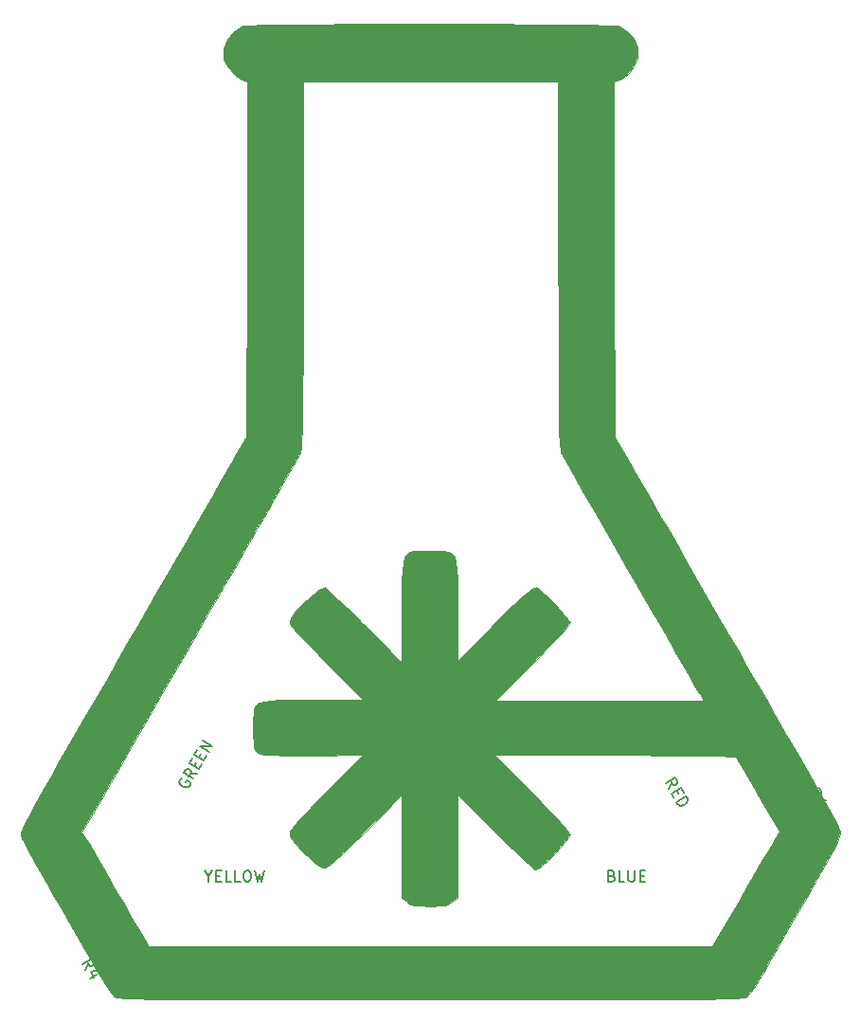
<source format=gbr>
G04 #@! TF.GenerationSoftware,KiCad,Pcbnew,(5.0.0-rc2-dev-393-gbaef22df9)*
G04 #@! TF.CreationDate,2018-04-11T16:40:45-04:00*
G04 #@! TF.ProjectId,BAMF_2018_Badge,42414D465F323031385F42616467652E,rev?*
G04 #@! TF.SameCoordinates,Original*
G04 #@! TF.FileFunction,Legend,Top*
G04 #@! TF.FilePolarity,Positive*
%FSLAX46Y46*%
G04 Gerber Fmt 4.6, Leading zero omitted, Abs format (unit mm)*
G04 Created by KiCad (PCBNEW (5.0.0-rc2-dev-393-gbaef22df9)) date 04/11/18 16:40:45*
%MOMM*%
%LPD*%
G01*
G04 APERTURE LIST*
%ADD10C,0.150000*%
%ADD11C,0.120000*%
%ADD12C,0.010000*%
G04 APERTURE END LIST*
D10*
X6000000Y-19250000D02*
G75*
G03X6000000Y-19250000I-6000000J0D01*
G01*
D11*
X31345218Y-25268897D02*
X33205218Y-28490512D01*
X32834782Y-24408897D02*
X34694782Y-27630512D01*
X-31345218Y-25268897D02*
X-33205218Y-28490512D01*
X-32834782Y-24408897D02*
X-34694782Y-27630512D01*
X28584782Y-41841103D02*
X30444782Y-38619488D01*
X27095218Y-40981103D02*
X28955218Y-37759488D01*
X-28584782Y-41841103D02*
X-30444782Y-38619488D01*
X-27095218Y-40981103D02*
X-28955218Y-37759488D01*
D12*
G36*
X2511831Y43646858D02*
X4565057Y43642214D01*
X6554643Y43634842D01*
X8451693Y43624741D01*
X10227308Y43611912D01*
X11852592Y43596354D01*
X13298645Y43578068D01*
X14536572Y43557054D01*
X15537473Y43533311D01*
X16272452Y43506840D01*
X16712610Y43477640D01*
X16822795Y43458954D01*
X17573840Y43014722D01*
X18139891Y42361549D01*
X18472267Y41580974D01*
X18522286Y40754533D01*
X18504452Y40642291D01*
X18246959Y39997554D01*
X17771624Y39362125D01*
X17181853Y38859503D01*
X16874724Y38695904D01*
X16359959Y38482682D01*
X16405147Y22608119D01*
X16450336Y6733557D01*
X17456266Y5028859D01*
X17890442Y4289206D01*
X18439781Y3347558D01*
X19049786Y2297648D01*
X19665958Y1233209D01*
X20033187Y596644D01*
X20628500Y-436294D01*
X21335408Y-1661860D01*
X22094767Y-2977575D01*
X22847433Y-4280962D01*
X23525872Y-5455034D01*
X24189616Y-6603889D01*
X24967362Y-7951219D01*
X25803121Y-9399959D01*
X26640906Y-10853044D01*
X27424727Y-12213411D01*
X27704930Y-12700000D01*
X28339696Y-13801623D01*
X29106292Y-15130565D01*
X29965624Y-16619146D01*
X30878602Y-18199683D01*
X31806133Y-19804494D01*
X32709125Y-21365900D01*
X33306651Y-22398481D01*
X34179701Y-23918427D01*
X34939086Y-25264342D01*
X35573607Y-26415367D01*
X36072063Y-27350646D01*
X36423256Y-28049318D01*
X36615988Y-28490526D01*
X36651007Y-28627371D01*
X36564685Y-28899320D01*
X36314138Y-29439004D01*
X35911989Y-30222673D01*
X35370866Y-31226577D01*
X34703392Y-32426966D01*
X33922194Y-33800090D01*
X33650786Y-34271171D01*
X32901588Y-35568762D01*
X32163531Y-36848776D01*
X31464906Y-38062023D01*
X30834005Y-39159312D01*
X30299118Y-40091452D01*
X29888536Y-40809253D01*
X29703647Y-41134180D01*
X29279805Y-41845605D01*
X28868957Y-42472253D01*
X28524103Y-42936619D01*
X28333899Y-43137200D01*
X28273515Y-43180233D01*
X28196459Y-43219386D01*
X28087115Y-43254841D01*
X27929868Y-43286782D01*
X27709102Y-43315393D01*
X27409203Y-43340856D01*
X27014555Y-43363356D01*
X26509542Y-43383074D01*
X25878551Y-43400195D01*
X25105965Y-43414902D01*
X24176170Y-43427378D01*
X23073550Y-43437806D01*
X21782490Y-43446370D01*
X20287374Y-43453253D01*
X18572588Y-43458638D01*
X16622516Y-43462709D01*
X14421544Y-43465649D01*
X11954055Y-43467641D01*
X9204435Y-43468868D01*
X6157069Y-43469515D01*
X2796340Y-43469763D01*
X0Y-43469799D01*
X-3611355Y-43469731D01*
X-6897385Y-43469406D01*
X-9873706Y-43468640D01*
X-12555933Y-43467250D01*
X-14959681Y-43465053D01*
X-17100566Y-43461865D01*
X-18994203Y-43457503D01*
X-20656206Y-43451784D01*
X-22102192Y-43444524D01*
X-23347774Y-43435540D01*
X-24408570Y-43424650D01*
X-25300193Y-43411668D01*
X-26038259Y-43396413D01*
X-26638383Y-43378701D01*
X-27116180Y-43358349D01*
X-27487267Y-43335173D01*
X-27767256Y-43308990D01*
X-27971765Y-43279616D01*
X-28116409Y-43246869D01*
X-28216801Y-43210566D01*
X-28288558Y-43170522D01*
X-28333899Y-43137200D01*
X-28589667Y-42854813D01*
X-28953094Y-42349218D01*
X-29371177Y-41697919D01*
X-29703647Y-41134180D01*
X-30019549Y-40579850D01*
X-30477912Y-39779612D01*
X-31050447Y-38782656D01*
X-31708861Y-37638174D01*
X-32424863Y-36395355D01*
X-33170163Y-35103390D01*
X-33650786Y-34271171D01*
X-34465646Y-32847882D01*
X-35170814Y-31589743D01*
X-35753664Y-30520503D01*
X-36201571Y-29663913D01*
X-36501910Y-29043722D01*
X-36642055Y-28683681D01*
X-36651007Y-28627371D01*
X-36613306Y-28510908D01*
X-31172717Y-28510908D01*
X-30778980Y-29128944D01*
X-30570591Y-29470375D01*
X-30227146Y-30049334D01*
X-29782876Y-30807406D01*
X-29272012Y-31686177D01*
X-28728785Y-32627233D01*
X-28718586Y-32644966D01*
X-28124798Y-33676498D01*
X-27515944Y-34732549D01*
X-26940370Y-35729377D01*
X-26446422Y-36583238D01*
X-26135152Y-37119799D01*
X-25218377Y-38696644D01*
X25218377Y-38696644D01*
X26135152Y-37119799D01*
X26525600Y-36446511D01*
X27037481Y-35561306D01*
X27622450Y-34547928D01*
X28232159Y-33490118D01*
X28718586Y-32644966D01*
X29262183Y-31703157D01*
X29774148Y-30822407D01*
X30220223Y-30061170D01*
X30566152Y-29477902D01*
X30777679Y-29131056D01*
X30780078Y-29127285D01*
X31174913Y-28507590D01*
X29330086Y-25338430D01*
X28779594Y-24388778D01*
X28285197Y-23528335D01*
X27873652Y-22804287D01*
X27571718Y-22263821D01*
X27406155Y-21954123D01*
X27385564Y-21909467D01*
X27334618Y-21856350D01*
X27209497Y-21810880D01*
X26985998Y-21772479D01*
X26639922Y-21740568D01*
X26147069Y-21714572D01*
X25483239Y-21693912D01*
X24624230Y-21678010D01*
X23545844Y-21666289D01*
X22223880Y-21658172D01*
X20634138Y-21653080D01*
X18752417Y-21650437D01*
X16554517Y-21649665D01*
X16499902Y-21649664D01*
X5713935Y-21649664D01*
X9079115Y-25018003D01*
X10218247Y-26171294D01*
X11129042Y-27121822D01*
X11805880Y-27863373D01*
X12243142Y-28389736D01*
X12435206Y-28694698D01*
X12444295Y-28738100D01*
X12326392Y-28985697D01*
X12012502Y-29396437D01*
X11562356Y-29909440D01*
X11035684Y-30463828D01*
X10492218Y-30998723D01*
X9991687Y-31453244D01*
X9593822Y-31766514D01*
X9363766Y-31877852D01*
X9188898Y-31761825D01*
X8807189Y-31434274D01*
X8251630Y-30925997D01*
X7555214Y-30267791D01*
X6750932Y-29490455D01*
X5871777Y-28624785D01*
X5763071Y-28516686D01*
X2386577Y-25155520D01*
X2386577Y-34410154D01*
X1937413Y-34763466D01*
X1666489Y-34936523D01*
X1333891Y-35043008D01*
X853866Y-35097899D01*
X140662Y-35116175D01*
X-85235Y-35116778D01*
X-870484Y-35105345D01*
X-1401015Y-35061060D01*
X-1762580Y-34968944D01*
X-2040931Y-34814017D01*
X-2107883Y-34763466D01*
X-2557047Y-34410154D01*
X-2557047Y-25147574D01*
X-5840190Y-28427478D01*
X-6894505Y-29472866D01*
X-7738498Y-30290601D01*
X-8395485Y-30901329D01*
X-8888783Y-31325697D01*
X-9241706Y-31584352D01*
X-9477572Y-31697941D01*
X-9544136Y-31707383D01*
X-9876677Y-31582934D01*
X-10351447Y-31252500D01*
X-10903737Y-30780451D01*
X-11468838Y-30231155D01*
X-11982040Y-29668982D01*
X-12378636Y-29158300D01*
X-12593916Y-28763480D01*
X-12614765Y-28652880D01*
X-12552527Y-28456353D01*
X-12352205Y-28150223D01*
X-11993392Y-27711370D01*
X-11455680Y-27116673D01*
X-10718661Y-26343013D01*
X-9761925Y-25367269D01*
X-9334038Y-24936206D01*
X-6053311Y-21639751D01*
X-10630207Y-21655159D01*
X-12014068Y-21657958D01*
X-13097262Y-21654419D01*
X-13920036Y-21642264D01*
X-14522640Y-21619218D01*
X-14945321Y-21583003D01*
X-15228327Y-21531342D01*
X-15411907Y-21461961D01*
X-15530398Y-21377990D01*
X-15676583Y-21202901D01*
X-15771459Y-20948824D01*
X-15825545Y-20546484D01*
X-15849361Y-19926606D01*
X-15853691Y-19249039D01*
X-15856109Y-18540035D01*
X-15840028Y-17976449D01*
X-15770448Y-17541640D01*
X-15612369Y-17218967D01*
X-15330792Y-16991789D01*
X-14890716Y-16843466D01*
X-14257141Y-16757356D01*
X-13395067Y-16716817D01*
X-12269494Y-16705210D01*
X-10845422Y-16705893D01*
X-10505160Y-16706040D01*
X-6054957Y-16706040D01*
X-9334861Y-13422898D01*
X-10410726Y-12336435D01*
X-11253012Y-11463387D01*
X-11878133Y-10785338D01*
X-12302501Y-10283875D01*
X-12542530Y-9940584D01*
X-12614765Y-9743042D01*
X-12486889Y-9388814D01*
X-12146799Y-8900133D01*
X-11659801Y-8340593D01*
X-11091202Y-7773786D01*
X-10506309Y-7263305D01*
X-9970429Y-6872743D01*
X-9548868Y-6665692D01*
X-9436637Y-6648322D01*
X-9287571Y-6763984D01*
X-8929828Y-7090538D01*
X-8395351Y-7597334D01*
X-7716083Y-8253725D01*
X-6923966Y-9029061D01*
X-6050945Y-9892693D01*
X-5933541Y-10009488D01*
X-2557047Y-13370654D01*
X-2557047Y-8784569D01*
X-2558334Y-7289042D01*
X-2551599Y-6099463D01*
X-2520948Y-5180932D01*
X-2450487Y-4498548D01*
X-2324321Y-4017411D01*
X-2126557Y-3702620D01*
X-1841300Y-3519275D01*
X-1452656Y-3432475D01*
X-944732Y-3407320D01*
X-301632Y-3408909D01*
X-109124Y-3409396D01*
X590708Y-3406449D01*
X1146139Y-3421075D01*
X1573799Y-3488470D01*
X1890317Y-3643834D01*
X2112323Y-3922365D01*
X2256446Y-4359260D01*
X2339316Y-4989718D01*
X2377562Y-5848938D01*
X2387814Y-6972117D01*
X2386701Y-8394453D01*
X2386577Y-8691806D01*
X2386577Y-13232907D01*
X5412416Y-10183074D01*
X6508375Y-9088216D01*
X7396904Y-8224152D01*
X8101266Y-7570632D01*
X8644722Y-7107409D01*
X9050534Y-6814237D01*
X9341965Y-6670867D01*
X9473437Y-6648322D01*
X9685719Y-6768692D01*
X10059273Y-7088997D01*
X10536182Y-7548027D01*
X11058530Y-8084572D01*
X11568400Y-8637424D01*
X12007876Y-9145373D01*
X12319040Y-9547210D01*
X12443976Y-9781725D01*
X12444295Y-9788074D01*
X12319053Y-10033088D01*
X11947212Y-10500823D01*
X11334600Y-11184828D01*
X10487048Y-12078651D01*
X9410384Y-13175840D01*
X9121693Y-13465554D01*
X5799090Y-16791275D01*
X15088136Y-16791275D01*
X16832108Y-16790764D01*
X18469398Y-16789295D01*
X19969089Y-16786962D01*
X21300263Y-16783862D01*
X22432003Y-16780091D01*
X23333391Y-16775744D01*
X23973510Y-16770916D01*
X24321442Y-16765703D01*
X24377181Y-16762558D01*
X24294958Y-16613746D01*
X24060963Y-16202920D01*
X23694209Y-15563144D01*
X23213708Y-14727485D01*
X22638473Y-13729007D01*
X21987516Y-12600778D01*
X21289617Y-11392759D01*
X20505812Y-10036755D01*
X19711724Y-8662735D01*
X18939469Y-7326287D01*
X18221165Y-6082998D01*
X17588928Y-4988457D01*
X17074874Y-4098251D01*
X16824855Y-3665101D01*
X16273229Y-2711229D01*
X15609763Y-1567183D01*
X14894899Y-336998D01*
X14189080Y875292D01*
X13684718Y1739790D01*
X13132537Y2693403D01*
X12625659Y3584166D01*
X12194986Y4356559D01*
X11871420Y4955058D01*
X11685863Y5324140D01*
X11671627Y5356798D01*
X11629070Y5496819D01*
X11591494Y5714082D01*
X11558603Y6028537D01*
X11530102Y6460134D01*
X11505695Y7028821D01*
X11485087Y7754549D01*
X11467982Y8657267D01*
X11454084Y9756925D01*
X11443098Y11073471D01*
X11434729Y12626856D01*
X11428680Y14437030D01*
X11424656Y16523940D01*
X11422362Y18907538D01*
X11421503Y21607772D01*
X11421476Y22240834D01*
X11421476Y38526175D01*
X-11421477Y38526175D01*
X-11421477Y22240834D01*
X-11422063Y19468877D01*
X-11424019Y17017909D01*
X-11427640Y14867980D01*
X-11433221Y12999141D01*
X-11441060Y11391441D01*
X-11451449Y10024931D01*
X-11464687Y8879663D01*
X-11481067Y7935685D01*
X-11500886Y7173050D01*
X-11524439Y6571806D01*
X-11552022Y6112006D01*
X-11583930Y5773699D01*
X-11620459Y5536935D01*
X-11661904Y5381766D01*
X-11671627Y5356798D01*
X-11833395Y5027628D01*
X-12137889Y4460565D01*
X-12554207Y3711131D01*
X-13051449Y2834849D01*
X-13598712Y1887240D01*
X-13684718Y1739790D01*
X-14078911Y1064714D01*
X-14441683Y442882D01*
X-14790042Y-155104D01*
X-15140991Y-758641D01*
X-15511537Y-1397126D01*
X-15918686Y-2099956D01*
X-16379442Y-2896529D01*
X-16910812Y-3816241D01*
X-17529801Y-4888490D01*
X-18253415Y-6142674D01*
X-19098660Y-7608188D01*
X-20082540Y-9314430D01*
X-21051692Y-10995302D01*
X-21848680Y-12377130D01*
X-22694313Y-13842442D01*
X-23546500Y-15318361D01*
X-24363149Y-16732011D01*
X-25102171Y-18010517D01*
X-25721474Y-19081002D01*
X-25826896Y-19263087D01*
X-26530274Y-20478187D01*
X-27312248Y-21829761D01*
X-28109481Y-23208293D01*
X-28858636Y-24504265D01*
X-29462258Y-25549078D01*
X-31172717Y-28510908D01*
X-36613306Y-28510908D01*
X-36564494Y-28360122D01*
X-36312422Y-27822190D01*
X-35905990Y-27034435D01*
X-35356397Y-26017713D01*
X-34674843Y-24792883D01*
X-33872525Y-23380805D01*
X-33306651Y-22398481D01*
X-32444179Y-20907877D01*
X-31529759Y-19326411D01*
X-30602482Y-17721762D01*
X-29701439Y-16161614D01*
X-28865723Y-14713647D01*
X-28134427Y-13445543D01*
X-27704930Y-12700000D01*
X-26957516Y-11402422D01*
X-26134203Y-9974097D01*
X-25290979Y-8512091D01*
X-24483834Y-7113466D01*
X-23768755Y-5875287D01*
X-23525872Y-5455034D01*
X-22837790Y-4264269D01*
X-22084651Y-2960051D01*
X-21325599Y-1644858D01*
X-20619779Y-421169D01*
X-20033187Y596644D01*
X-19441150Y1622042D01*
X-18820909Y2692031D01*
X-18226961Y3712878D01*
X-17713802Y4590850D01*
X-17456266Y5028859D01*
X-16450336Y6733557D01*
X-16404317Y22607776D01*
X-16358299Y38481994D01*
X-16873894Y38695561D01*
X-17482710Y39085001D01*
X-18028793Y39669255D01*
X-18408789Y40324928D01*
X-18504452Y40642291D01*
X-18496897Y41468664D01*
X-18200317Y42260341D01*
X-17663394Y42935783D01*
X-16934809Y43413451D01*
X-16822795Y43458954D01*
X-16571953Y43489778D01*
X-16009080Y43517874D01*
X-15163073Y43543242D01*
X-14062831Y43565881D01*
X-12737251Y43585792D01*
X-11215231Y43602975D01*
X-9525668Y43617429D01*
X-7697461Y43629155D01*
X-5759506Y43638152D01*
X-3740702Y43644420D01*
X-1669946Y43647961D01*
X423865Y43648774D01*
X2511831Y43646858D01*
X2511831Y43646858D01*
G37*
X2511831Y43646858D02*
X4565057Y43642214D01*
X6554643Y43634842D01*
X8451693Y43624741D01*
X10227308Y43611912D01*
X11852592Y43596354D01*
X13298645Y43578068D01*
X14536572Y43557054D01*
X15537473Y43533311D01*
X16272452Y43506840D01*
X16712610Y43477640D01*
X16822795Y43458954D01*
X17573840Y43014722D01*
X18139891Y42361549D01*
X18472267Y41580974D01*
X18522286Y40754533D01*
X18504452Y40642291D01*
X18246959Y39997554D01*
X17771624Y39362125D01*
X17181853Y38859503D01*
X16874724Y38695904D01*
X16359959Y38482682D01*
X16405147Y22608119D01*
X16450336Y6733557D01*
X17456266Y5028859D01*
X17890442Y4289206D01*
X18439781Y3347558D01*
X19049786Y2297648D01*
X19665958Y1233209D01*
X20033187Y596644D01*
X20628500Y-436294D01*
X21335408Y-1661860D01*
X22094767Y-2977575D01*
X22847433Y-4280962D01*
X23525872Y-5455034D01*
X24189616Y-6603889D01*
X24967362Y-7951219D01*
X25803121Y-9399959D01*
X26640906Y-10853044D01*
X27424727Y-12213411D01*
X27704930Y-12700000D01*
X28339696Y-13801623D01*
X29106292Y-15130565D01*
X29965624Y-16619146D01*
X30878602Y-18199683D01*
X31806133Y-19804494D01*
X32709125Y-21365900D01*
X33306651Y-22398481D01*
X34179701Y-23918427D01*
X34939086Y-25264342D01*
X35573607Y-26415367D01*
X36072063Y-27350646D01*
X36423256Y-28049318D01*
X36615988Y-28490526D01*
X36651007Y-28627371D01*
X36564685Y-28899320D01*
X36314138Y-29439004D01*
X35911989Y-30222673D01*
X35370866Y-31226577D01*
X34703392Y-32426966D01*
X33922194Y-33800090D01*
X33650786Y-34271171D01*
X32901588Y-35568762D01*
X32163531Y-36848776D01*
X31464906Y-38062023D01*
X30834005Y-39159312D01*
X30299118Y-40091452D01*
X29888536Y-40809253D01*
X29703647Y-41134180D01*
X29279805Y-41845605D01*
X28868957Y-42472253D01*
X28524103Y-42936619D01*
X28333899Y-43137200D01*
X28273515Y-43180233D01*
X28196459Y-43219386D01*
X28087115Y-43254841D01*
X27929868Y-43286782D01*
X27709102Y-43315393D01*
X27409203Y-43340856D01*
X27014555Y-43363356D01*
X26509542Y-43383074D01*
X25878551Y-43400195D01*
X25105965Y-43414902D01*
X24176170Y-43427378D01*
X23073550Y-43437806D01*
X21782490Y-43446370D01*
X20287374Y-43453253D01*
X18572588Y-43458638D01*
X16622516Y-43462709D01*
X14421544Y-43465649D01*
X11954055Y-43467641D01*
X9204435Y-43468868D01*
X6157069Y-43469515D01*
X2796340Y-43469763D01*
X0Y-43469799D01*
X-3611355Y-43469731D01*
X-6897385Y-43469406D01*
X-9873706Y-43468640D01*
X-12555933Y-43467250D01*
X-14959681Y-43465053D01*
X-17100566Y-43461865D01*
X-18994203Y-43457503D01*
X-20656206Y-43451784D01*
X-22102192Y-43444524D01*
X-23347774Y-43435540D01*
X-24408570Y-43424650D01*
X-25300193Y-43411668D01*
X-26038259Y-43396413D01*
X-26638383Y-43378701D01*
X-27116180Y-43358349D01*
X-27487267Y-43335173D01*
X-27767256Y-43308990D01*
X-27971765Y-43279616D01*
X-28116409Y-43246869D01*
X-28216801Y-43210566D01*
X-28288558Y-43170522D01*
X-28333899Y-43137200D01*
X-28589667Y-42854813D01*
X-28953094Y-42349218D01*
X-29371177Y-41697919D01*
X-29703647Y-41134180D01*
X-30019549Y-40579850D01*
X-30477912Y-39779612D01*
X-31050447Y-38782656D01*
X-31708861Y-37638174D01*
X-32424863Y-36395355D01*
X-33170163Y-35103390D01*
X-33650786Y-34271171D01*
X-34465646Y-32847882D01*
X-35170814Y-31589743D01*
X-35753664Y-30520503D01*
X-36201571Y-29663913D01*
X-36501910Y-29043722D01*
X-36642055Y-28683681D01*
X-36651007Y-28627371D01*
X-36613306Y-28510908D01*
X-31172717Y-28510908D01*
X-30778980Y-29128944D01*
X-30570591Y-29470375D01*
X-30227146Y-30049334D01*
X-29782876Y-30807406D01*
X-29272012Y-31686177D01*
X-28728785Y-32627233D01*
X-28718586Y-32644966D01*
X-28124798Y-33676498D01*
X-27515944Y-34732549D01*
X-26940370Y-35729377D01*
X-26446422Y-36583238D01*
X-26135152Y-37119799D01*
X-25218377Y-38696644D01*
X25218377Y-38696644D01*
X26135152Y-37119799D01*
X26525600Y-36446511D01*
X27037481Y-35561306D01*
X27622450Y-34547928D01*
X28232159Y-33490118D01*
X28718586Y-32644966D01*
X29262183Y-31703157D01*
X29774148Y-30822407D01*
X30220223Y-30061170D01*
X30566152Y-29477902D01*
X30777679Y-29131056D01*
X30780078Y-29127285D01*
X31174913Y-28507590D01*
X29330086Y-25338430D01*
X28779594Y-24388778D01*
X28285197Y-23528335D01*
X27873652Y-22804287D01*
X27571718Y-22263821D01*
X27406155Y-21954123D01*
X27385564Y-21909467D01*
X27334618Y-21856350D01*
X27209497Y-21810880D01*
X26985998Y-21772479D01*
X26639922Y-21740568D01*
X26147069Y-21714572D01*
X25483239Y-21693912D01*
X24624230Y-21678010D01*
X23545844Y-21666289D01*
X22223880Y-21658172D01*
X20634138Y-21653080D01*
X18752417Y-21650437D01*
X16554517Y-21649665D01*
X16499902Y-21649664D01*
X5713935Y-21649664D01*
X9079115Y-25018003D01*
X10218247Y-26171294D01*
X11129042Y-27121822D01*
X11805880Y-27863373D01*
X12243142Y-28389736D01*
X12435206Y-28694698D01*
X12444295Y-28738100D01*
X12326392Y-28985697D01*
X12012502Y-29396437D01*
X11562356Y-29909440D01*
X11035684Y-30463828D01*
X10492218Y-30998723D01*
X9991687Y-31453244D01*
X9593822Y-31766514D01*
X9363766Y-31877852D01*
X9188898Y-31761825D01*
X8807189Y-31434274D01*
X8251630Y-30925997D01*
X7555214Y-30267791D01*
X6750932Y-29490455D01*
X5871777Y-28624785D01*
X5763071Y-28516686D01*
X2386577Y-25155520D01*
X2386577Y-34410154D01*
X1937413Y-34763466D01*
X1666489Y-34936523D01*
X1333891Y-35043008D01*
X853866Y-35097899D01*
X140662Y-35116175D01*
X-85235Y-35116778D01*
X-870484Y-35105345D01*
X-1401015Y-35061060D01*
X-1762580Y-34968944D01*
X-2040931Y-34814017D01*
X-2107883Y-34763466D01*
X-2557047Y-34410154D01*
X-2557047Y-25147574D01*
X-5840190Y-28427478D01*
X-6894505Y-29472866D01*
X-7738498Y-30290601D01*
X-8395485Y-30901329D01*
X-8888783Y-31325697D01*
X-9241706Y-31584352D01*
X-9477572Y-31697941D01*
X-9544136Y-31707383D01*
X-9876677Y-31582934D01*
X-10351447Y-31252500D01*
X-10903737Y-30780451D01*
X-11468838Y-30231155D01*
X-11982040Y-29668982D01*
X-12378636Y-29158300D01*
X-12593916Y-28763480D01*
X-12614765Y-28652880D01*
X-12552527Y-28456353D01*
X-12352205Y-28150223D01*
X-11993392Y-27711370D01*
X-11455680Y-27116673D01*
X-10718661Y-26343013D01*
X-9761925Y-25367269D01*
X-9334038Y-24936206D01*
X-6053311Y-21639751D01*
X-10630207Y-21655159D01*
X-12014068Y-21657958D01*
X-13097262Y-21654419D01*
X-13920036Y-21642264D01*
X-14522640Y-21619218D01*
X-14945321Y-21583003D01*
X-15228327Y-21531342D01*
X-15411907Y-21461961D01*
X-15530398Y-21377990D01*
X-15676583Y-21202901D01*
X-15771459Y-20948824D01*
X-15825545Y-20546484D01*
X-15849361Y-19926606D01*
X-15853691Y-19249039D01*
X-15856109Y-18540035D01*
X-15840028Y-17976449D01*
X-15770448Y-17541640D01*
X-15612369Y-17218967D01*
X-15330792Y-16991789D01*
X-14890716Y-16843466D01*
X-14257141Y-16757356D01*
X-13395067Y-16716817D01*
X-12269494Y-16705210D01*
X-10845422Y-16705893D01*
X-10505160Y-16706040D01*
X-6054957Y-16706040D01*
X-9334861Y-13422898D01*
X-10410726Y-12336435D01*
X-11253012Y-11463387D01*
X-11878133Y-10785338D01*
X-12302501Y-10283875D01*
X-12542530Y-9940584D01*
X-12614765Y-9743042D01*
X-12486889Y-9388814D01*
X-12146799Y-8900133D01*
X-11659801Y-8340593D01*
X-11091202Y-7773786D01*
X-10506309Y-7263305D01*
X-9970429Y-6872743D01*
X-9548868Y-6665692D01*
X-9436637Y-6648322D01*
X-9287571Y-6763984D01*
X-8929828Y-7090538D01*
X-8395351Y-7597334D01*
X-7716083Y-8253725D01*
X-6923966Y-9029061D01*
X-6050945Y-9892693D01*
X-5933541Y-10009488D01*
X-2557047Y-13370654D01*
X-2557047Y-8784569D01*
X-2558334Y-7289042D01*
X-2551599Y-6099463D01*
X-2520948Y-5180932D01*
X-2450487Y-4498548D01*
X-2324321Y-4017411D01*
X-2126557Y-3702620D01*
X-1841300Y-3519275D01*
X-1452656Y-3432475D01*
X-944732Y-3407320D01*
X-301632Y-3408909D01*
X-109124Y-3409396D01*
X590708Y-3406449D01*
X1146139Y-3421075D01*
X1573799Y-3488470D01*
X1890317Y-3643834D01*
X2112323Y-3922365D01*
X2256446Y-4359260D01*
X2339316Y-4989718D01*
X2377562Y-5848938D01*
X2387814Y-6972117D01*
X2386701Y-8394453D01*
X2386577Y-8691806D01*
X2386577Y-13232907D01*
X5412416Y-10183074D01*
X6508375Y-9088216D01*
X7396904Y-8224152D01*
X8101266Y-7570632D01*
X8644722Y-7107409D01*
X9050534Y-6814237D01*
X9341965Y-6670867D01*
X9473437Y-6648322D01*
X9685719Y-6768692D01*
X10059273Y-7088997D01*
X10536182Y-7548027D01*
X11058530Y-8084572D01*
X11568400Y-8637424D01*
X12007876Y-9145373D01*
X12319040Y-9547210D01*
X12443976Y-9781725D01*
X12444295Y-9788074D01*
X12319053Y-10033088D01*
X11947212Y-10500823D01*
X11334600Y-11184828D01*
X10487048Y-12078651D01*
X9410384Y-13175840D01*
X9121693Y-13465554D01*
X5799090Y-16791275D01*
X15088136Y-16791275D01*
X16832108Y-16790764D01*
X18469398Y-16789295D01*
X19969089Y-16786962D01*
X21300263Y-16783862D01*
X22432003Y-16780091D01*
X23333391Y-16775744D01*
X23973510Y-16770916D01*
X24321442Y-16765703D01*
X24377181Y-16762558D01*
X24294958Y-16613746D01*
X24060963Y-16202920D01*
X23694209Y-15563144D01*
X23213708Y-14727485D01*
X22638473Y-13729007D01*
X21987516Y-12600778D01*
X21289617Y-11392759D01*
X20505812Y-10036755D01*
X19711724Y-8662735D01*
X18939469Y-7326287D01*
X18221165Y-6082998D01*
X17588928Y-4988457D01*
X17074874Y-4098251D01*
X16824855Y-3665101D01*
X16273229Y-2711229D01*
X15609763Y-1567183D01*
X14894899Y-336998D01*
X14189080Y875292D01*
X13684718Y1739790D01*
X13132537Y2693403D01*
X12625659Y3584166D01*
X12194986Y4356559D01*
X11871420Y4955058D01*
X11685863Y5324140D01*
X11671627Y5356798D01*
X11629070Y5496819D01*
X11591494Y5714082D01*
X11558603Y6028537D01*
X11530102Y6460134D01*
X11505695Y7028821D01*
X11485087Y7754549D01*
X11467982Y8657267D01*
X11454084Y9756925D01*
X11443098Y11073471D01*
X11434729Y12626856D01*
X11428680Y14437030D01*
X11424656Y16523940D01*
X11422362Y18907538D01*
X11421503Y21607772D01*
X11421476Y22240834D01*
X11421476Y38526175D01*
X-11421477Y38526175D01*
X-11421477Y22240834D01*
X-11422063Y19468877D01*
X-11424019Y17017909D01*
X-11427640Y14867980D01*
X-11433221Y12999141D01*
X-11441060Y11391441D01*
X-11451449Y10024931D01*
X-11464687Y8879663D01*
X-11481067Y7935685D01*
X-11500886Y7173050D01*
X-11524439Y6571806D01*
X-11552022Y6112006D01*
X-11583930Y5773699D01*
X-11620459Y5536935D01*
X-11661904Y5381766D01*
X-11671627Y5356798D01*
X-11833395Y5027628D01*
X-12137889Y4460565D01*
X-12554207Y3711131D01*
X-13051449Y2834849D01*
X-13598712Y1887240D01*
X-13684718Y1739790D01*
X-14078911Y1064714D01*
X-14441683Y442882D01*
X-14790042Y-155104D01*
X-15140991Y-758641D01*
X-15511537Y-1397126D01*
X-15918686Y-2099956D01*
X-16379442Y-2896529D01*
X-16910812Y-3816241D01*
X-17529801Y-4888490D01*
X-18253415Y-6142674D01*
X-19098660Y-7608188D01*
X-20082540Y-9314430D01*
X-21051692Y-10995302D01*
X-21848680Y-12377130D01*
X-22694313Y-13842442D01*
X-23546500Y-15318361D01*
X-24363149Y-16732011D01*
X-25102171Y-18010517D01*
X-25721474Y-19081002D01*
X-25826896Y-19263087D01*
X-26530274Y-20478187D01*
X-27312248Y-21829761D01*
X-28109481Y-23208293D01*
X-28858636Y-24504265D01*
X-29462258Y-25549078D01*
X-31172717Y-28510908D01*
X-36613306Y-28510908D01*
X-36564494Y-28360122D01*
X-36312422Y-27822190D01*
X-35905990Y-27034435D01*
X-35356397Y-26017713D01*
X-34674843Y-24792883D01*
X-33872525Y-23380805D01*
X-33306651Y-22398481D01*
X-32444179Y-20907877D01*
X-31529759Y-19326411D01*
X-30602482Y-17721762D01*
X-29701439Y-16161614D01*
X-28865723Y-14713647D01*
X-28134427Y-13445543D01*
X-27704930Y-12700000D01*
X-26957516Y-11402422D01*
X-26134203Y-9974097D01*
X-25290979Y-8512091D01*
X-24483834Y-7113466D01*
X-23768755Y-5875287D01*
X-23525872Y-5455034D01*
X-22837790Y-4264269D01*
X-22084651Y-2960051D01*
X-21325599Y-1644858D01*
X-20619779Y-421169D01*
X-20033187Y596644D01*
X-19441150Y1622042D01*
X-18820909Y2692031D01*
X-18226961Y3712878D01*
X-17713802Y4590850D01*
X-17456266Y5028859D01*
X-16450336Y6733557D01*
X-16404317Y22607776D01*
X-16358299Y38481994D01*
X-16873894Y38695561D01*
X-17482710Y39085001D01*
X-18028793Y39669255D01*
X-18408789Y40324928D01*
X-18504452Y40642291D01*
X-18496897Y41468664D01*
X-18200317Y42260341D01*
X-17663394Y42935783D01*
X-16934809Y43413451D01*
X-16822795Y43458954D01*
X-16571953Y43489778D01*
X-16009080Y43517874D01*
X-15163073Y43543242D01*
X-14062831Y43565881D01*
X-12737251Y43585792D01*
X-11215231Y43602975D01*
X-9525668Y43617429D01*
X-7697461Y43629155D01*
X-5759506Y43638152D01*
X-3740702Y43644420D01*
X-1669946Y43647961D01*
X423865Y43648774D01*
X2511831Y43646858D01*
D10*
X21286798Y-24669459D02*
X21532524Y-24142689D01*
X21001083Y-24174588D02*
X21867109Y-23674588D01*
X22057585Y-24004502D01*
X22063965Y-24110790D01*
X22046535Y-24175839D01*
X21987866Y-24264697D01*
X21864148Y-24336126D01*
X21757860Y-24342506D01*
X21692811Y-24325076D01*
X21603952Y-24266407D01*
X21413476Y-23936492D01*
X21954716Y-24778708D02*
X22121382Y-25067383D01*
X21739178Y-25453006D02*
X21501083Y-25040613D01*
X22367109Y-24540613D01*
X22605204Y-24953006D01*
X21953464Y-25824160D02*
X22819490Y-25324160D01*
X22938537Y-25530356D01*
X22968726Y-25677884D01*
X22933867Y-25807982D01*
X22875198Y-25896840D01*
X22734050Y-26033317D01*
X22610332Y-26104746D01*
X22421565Y-26158745D01*
X22315277Y-26165124D01*
X22185180Y-26130265D01*
X22072512Y-26030356D01*
X21953464Y-25824160D01*
X16190476Y-32428571D02*
X16333333Y-32476190D01*
X16380952Y-32523809D01*
X16428571Y-32619047D01*
X16428571Y-32761904D01*
X16380952Y-32857142D01*
X16333333Y-32904761D01*
X16238095Y-32952380D01*
X15857142Y-32952380D01*
X15857142Y-31952380D01*
X16190476Y-31952380D01*
X16285714Y-32000000D01*
X16333333Y-32047619D01*
X16380952Y-32142857D01*
X16380952Y-32238095D01*
X16333333Y-32333333D01*
X16285714Y-32380952D01*
X16190476Y-32428571D01*
X15857142Y-32428571D01*
X17333333Y-32952380D02*
X16857142Y-32952380D01*
X16857142Y-31952380D01*
X17666666Y-31952380D02*
X17666666Y-32761904D01*
X17714285Y-32857142D01*
X17761904Y-32904761D01*
X17857142Y-32952380D01*
X18047619Y-32952380D01*
X18142857Y-32904761D01*
X18190476Y-32857142D01*
X18238095Y-32761904D01*
X18238095Y-31952380D01*
X18714285Y-32428571D02*
X19047619Y-32428571D01*
X19190476Y-32952380D02*
X18714285Y-32952380D01*
X18714285Y-31952380D01*
X19190476Y-31952380D01*
X-19857142Y-32476190D02*
X-19857142Y-32952380D01*
X-20190476Y-31952380D02*
X-19857142Y-32476190D01*
X-19523809Y-31952380D01*
X-19190476Y-32428571D02*
X-18857142Y-32428571D01*
X-18714285Y-32952380D02*
X-19190476Y-32952380D01*
X-19190476Y-31952380D01*
X-18714285Y-31952380D01*
X-17809523Y-32952380D02*
X-18285714Y-32952380D01*
X-18285714Y-31952380D01*
X-17000000Y-32952380D02*
X-17476190Y-32952380D01*
X-17476190Y-31952380D01*
X-16476190Y-31952380D02*
X-16285714Y-31952380D01*
X-16190476Y-32000000D01*
X-16095238Y-32095238D01*
X-16047619Y-32285714D01*
X-16047619Y-32619047D01*
X-16095238Y-32809523D01*
X-16190476Y-32904761D01*
X-16285714Y-32952380D01*
X-16476190Y-32952380D01*
X-16571428Y-32904761D01*
X-16666666Y-32809523D01*
X-16714285Y-32619047D01*
X-16714285Y-32285714D01*
X-16666666Y-32095238D01*
X-16571428Y-32000000D01*
X-16476190Y-31952380D01*
X-15714285Y-31952380D02*
X-15476190Y-32952380D01*
X-15285714Y-32238095D01*
X-15095238Y-32952380D01*
X-14857142Y-31952380D01*
X-22266346Y-23693375D02*
X-22355204Y-23752044D01*
X-22426632Y-23875762D01*
X-22456822Y-24023290D01*
X-22421962Y-24153387D01*
X-22363293Y-24242246D01*
X-22222145Y-24378723D01*
X-22098427Y-24450152D01*
X-21909661Y-24504150D01*
X-21803373Y-24510530D01*
X-21673275Y-24475671D01*
X-21560607Y-24375762D01*
X-21512988Y-24293284D01*
X-21482799Y-24145756D01*
X-21500229Y-24080707D01*
X-21788904Y-23914041D01*
X-21884142Y-24078998D01*
X-20917750Y-23262301D02*
X-21496810Y-23312881D01*
X-21203464Y-23757173D02*
X-22069490Y-23257173D01*
X-21879013Y-22927258D01*
X-21790155Y-22868589D01*
X-21725106Y-22851159D01*
X-21618818Y-22857539D01*
X-21495100Y-22928968D01*
X-21436431Y-23017826D01*
X-21419001Y-23082875D01*
X-21425381Y-23189163D01*
X-21615857Y-23519077D01*
X-21157097Y-22629242D02*
X-20990430Y-22340567D01*
X-20465369Y-22478754D02*
X-20703464Y-22891147D01*
X-21569490Y-22391147D01*
X-21331394Y-21978754D01*
X-20704716Y-21845696D02*
X-20538049Y-21557021D01*
X-20012988Y-21695207D02*
X-20251083Y-22107600D01*
X-21117109Y-21607600D01*
X-20879013Y-21195207D01*
X-19798702Y-21324054D02*
X-20664728Y-20824054D01*
X-19512988Y-20829182D01*
X-20379013Y-20329182D01*
X-18333333Y-912380D02*
X-18333333Y-1626666D01*
X-18380952Y-1769523D01*
X-18476190Y-1864761D01*
X-18619047Y-1912380D01*
X-18714285Y-1912380D01*
X-17333333Y-1912380D02*
X-17904761Y-1912380D01*
X-17619047Y-1912380D02*
X-17619047Y-912380D01*
X-17714285Y-1055238D01*
X-17809523Y-1150476D01*
X-17904761Y-1198095D01*
X-3797619Y-19892857D02*
X-3797619Y-20369047D01*
X-4797619Y-20369047D01*
X-3845238Y-19607142D02*
X-3797619Y-19464285D01*
X-3797619Y-19226190D01*
X-3845238Y-19130952D01*
X-3892857Y-19083333D01*
X-3988095Y-19035714D01*
X-4083333Y-19035714D01*
X-4178571Y-19083333D01*
X-4226190Y-19130952D01*
X-4273809Y-19226190D01*
X-4321428Y-19416666D01*
X-4369047Y-19511904D01*
X-4416666Y-19559523D01*
X-4511904Y-19607142D01*
X-4607142Y-19607142D01*
X-4702380Y-19559523D01*
X-4750000Y-19511904D01*
X-4797619Y-19416666D01*
X-4797619Y-19178571D01*
X-4750000Y-19035714D01*
X-3797619Y-18083333D02*
X-3797619Y-18654761D01*
X-3797619Y-18369047D02*
X-4797619Y-18369047D01*
X-4654761Y-18464285D01*
X-4559523Y-18559523D01*
X-4511904Y-18654761D01*
X34155700Y-25601557D02*
X34401426Y-25074787D01*
X33869985Y-25106686D02*
X34736011Y-24606686D01*
X34926487Y-24936600D01*
X34932867Y-25042888D01*
X34915437Y-25107937D01*
X34856768Y-25196796D01*
X34733050Y-25268224D01*
X34626762Y-25274604D01*
X34561713Y-25257174D01*
X34472855Y-25198505D01*
X34282379Y-24868591D01*
X34631890Y-26426344D02*
X34346176Y-25931472D01*
X34489033Y-26178908D02*
X35355059Y-25678908D01*
X35183722Y-25667858D01*
X35053624Y-25632998D01*
X34964766Y-25574329D01*
X-31100752Y-27750233D02*
X-31679812Y-27800812D01*
X-31386467Y-28245104D02*
X-32252492Y-27745104D01*
X-32062016Y-27415190D01*
X-31973158Y-27356521D01*
X-31908109Y-27339091D01*
X-31801821Y-27345471D01*
X-31678103Y-27416899D01*
X-31619434Y-27505758D01*
X-31602004Y-27570806D01*
X-31608384Y-27677095D01*
X-31798860Y-28007009D01*
X-31693823Y-26967937D02*
X-31711253Y-26902888D01*
X-31704873Y-26796600D01*
X-31585825Y-26590404D01*
X-31496967Y-26531735D01*
X-31431918Y-26514305D01*
X-31325630Y-26520685D01*
X-31243152Y-26568304D01*
X-31143243Y-26680971D01*
X-30934086Y-27461557D01*
X-30624562Y-26925446D01*
X27467633Y-39240823D02*
X26888573Y-39291402D01*
X27181918Y-39735694D02*
X26315893Y-39235694D01*
X26506369Y-38905780D01*
X26595227Y-38847111D01*
X26660276Y-38829681D01*
X26766564Y-38836061D01*
X26890282Y-38907489D01*
X26948951Y-38996348D01*
X26966381Y-39061396D01*
X26960001Y-39167685D01*
X26769525Y-39497599D01*
X26768274Y-38452147D02*
X27077798Y-37916036D01*
X27241045Y-38395188D01*
X27312474Y-38271470D01*
X27401332Y-38212801D01*
X27466381Y-38195371D01*
X27572669Y-38201751D01*
X27778866Y-38320798D01*
X27837535Y-38409657D01*
X27854965Y-38474706D01*
X27848585Y-38580994D01*
X27705728Y-38828429D01*
X27616869Y-38887099D01*
X27551821Y-38904528D01*
X-30855913Y-40812147D02*
X-30610187Y-40285377D01*
X-31141628Y-40317276D02*
X-30275602Y-39817276D01*
X-30085126Y-40147190D01*
X-30078746Y-40253478D01*
X-30096176Y-40318527D01*
X-30154845Y-40407386D01*
X-30278563Y-40478814D01*
X-30384851Y-40485194D01*
X-30449900Y-40467764D01*
X-30538758Y-40409095D01*
X-30729234Y-40079181D01*
X-29849992Y-41221122D02*
X-30427342Y-41554455D01*
X-29639125Y-40824449D02*
X-30376762Y-40975395D01*
X-30067238Y-41511506D01*
M02*

</source>
